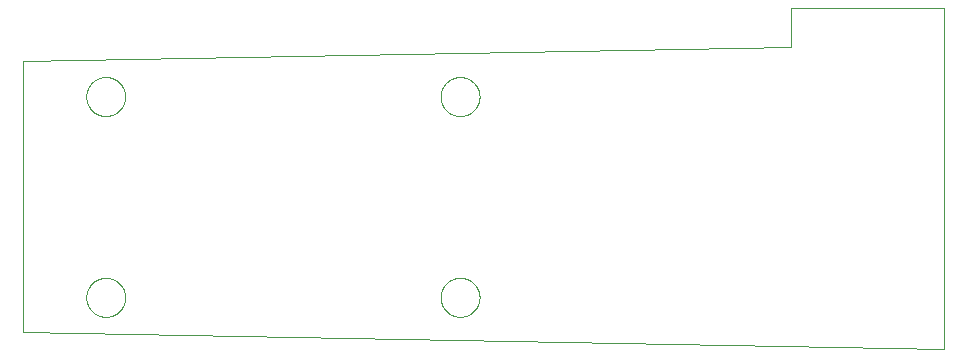
<source format=gbr>
G04 EAGLE Gerber RS-274X export*
G75*
%MOMM*%
%FSLAX34Y34*%
%LPD*%
%IN*%
%IPPOS*%
%AMOC8*
5,1,8,0,0,1.08239X$1,22.5*%
G01*
%ADD10C,0.000000*%


D10*
X0Y-114300D02*
X780000Y-129100D01*
X780000Y160000D01*
X0Y114300D02*
X0Y-114300D01*
X53500Y85000D02*
X53505Y85405D01*
X53520Y85810D01*
X53545Y86214D01*
X53579Y86617D01*
X53624Y87020D01*
X53679Y87421D01*
X53743Y87821D01*
X53817Y88219D01*
X53901Y88615D01*
X53994Y89009D01*
X54098Y89401D01*
X54210Y89790D01*
X54333Y90176D01*
X54465Y90559D01*
X54606Y90938D01*
X54756Y91314D01*
X54916Y91686D01*
X55084Y92055D01*
X55262Y92419D01*
X55448Y92778D01*
X55644Y93133D01*
X55847Y93483D01*
X56060Y93827D01*
X56281Y94167D01*
X56510Y94501D01*
X56747Y94829D01*
X56992Y95151D01*
X57245Y95467D01*
X57506Y95777D01*
X57774Y96081D01*
X58050Y96377D01*
X58333Y96667D01*
X58623Y96950D01*
X58919Y97226D01*
X59223Y97494D01*
X59533Y97755D01*
X59849Y98008D01*
X60171Y98253D01*
X60499Y98490D01*
X60833Y98719D01*
X61173Y98940D01*
X61517Y99153D01*
X61867Y99356D01*
X62222Y99552D01*
X62581Y99738D01*
X62945Y99916D01*
X63314Y100084D01*
X63686Y100244D01*
X64062Y100394D01*
X64441Y100535D01*
X64824Y100667D01*
X65210Y100790D01*
X65599Y100902D01*
X65991Y101006D01*
X66385Y101099D01*
X66781Y101183D01*
X67179Y101257D01*
X67579Y101321D01*
X67980Y101376D01*
X68383Y101421D01*
X68786Y101455D01*
X69190Y101480D01*
X69595Y101495D01*
X70000Y101500D01*
X70405Y101495D01*
X70810Y101480D01*
X71214Y101455D01*
X71617Y101421D01*
X72020Y101376D01*
X72421Y101321D01*
X72821Y101257D01*
X73219Y101183D01*
X73615Y101099D01*
X74009Y101006D01*
X74401Y100902D01*
X74790Y100790D01*
X75176Y100667D01*
X75559Y100535D01*
X75938Y100394D01*
X76314Y100244D01*
X76686Y100084D01*
X77055Y99916D01*
X77419Y99738D01*
X77778Y99552D01*
X78133Y99356D01*
X78483Y99153D01*
X78827Y98940D01*
X79167Y98719D01*
X79501Y98490D01*
X79829Y98253D01*
X80151Y98008D01*
X80467Y97755D01*
X80777Y97494D01*
X81081Y97226D01*
X81377Y96950D01*
X81667Y96667D01*
X81950Y96377D01*
X82226Y96081D01*
X82494Y95777D01*
X82755Y95467D01*
X83008Y95151D01*
X83253Y94829D01*
X83490Y94501D01*
X83719Y94167D01*
X83940Y93827D01*
X84153Y93483D01*
X84356Y93133D01*
X84552Y92778D01*
X84738Y92419D01*
X84916Y92055D01*
X85084Y91686D01*
X85244Y91314D01*
X85394Y90938D01*
X85535Y90559D01*
X85667Y90176D01*
X85790Y89790D01*
X85902Y89401D01*
X86006Y89009D01*
X86099Y88615D01*
X86183Y88219D01*
X86257Y87821D01*
X86321Y87421D01*
X86376Y87020D01*
X86421Y86617D01*
X86455Y86214D01*
X86480Y85810D01*
X86495Y85405D01*
X86500Y85000D01*
X86495Y84595D01*
X86480Y84190D01*
X86455Y83786D01*
X86421Y83383D01*
X86376Y82980D01*
X86321Y82579D01*
X86257Y82179D01*
X86183Y81781D01*
X86099Y81385D01*
X86006Y80991D01*
X85902Y80599D01*
X85790Y80210D01*
X85667Y79824D01*
X85535Y79441D01*
X85394Y79062D01*
X85244Y78686D01*
X85084Y78314D01*
X84916Y77945D01*
X84738Y77581D01*
X84552Y77222D01*
X84356Y76867D01*
X84153Y76517D01*
X83940Y76173D01*
X83719Y75833D01*
X83490Y75499D01*
X83253Y75171D01*
X83008Y74849D01*
X82755Y74533D01*
X82494Y74223D01*
X82226Y73919D01*
X81950Y73623D01*
X81667Y73333D01*
X81377Y73050D01*
X81081Y72774D01*
X80777Y72506D01*
X80467Y72245D01*
X80151Y71992D01*
X79829Y71747D01*
X79501Y71510D01*
X79167Y71281D01*
X78827Y71060D01*
X78483Y70847D01*
X78133Y70644D01*
X77778Y70448D01*
X77419Y70262D01*
X77055Y70084D01*
X76686Y69916D01*
X76314Y69756D01*
X75938Y69606D01*
X75559Y69465D01*
X75176Y69333D01*
X74790Y69210D01*
X74401Y69098D01*
X74009Y68994D01*
X73615Y68901D01*
X73219Y68817D01*
X72821Y68743D01*
X72421Y68679D01*
X72020Y68624D01*
X71617Y68579D01*
X71214Y68545D01*
X70810Y68520D01*
X70405Y68505D01*
X70000Y68500D01*
X69595Y68505D01*
X69190Y68520D01*
X68786Y68545D01*
X68383Y68579D01*
X67980Y68624D01*
X67579Y68679D01*
X67179Y68743D01*
X66781Y68817D01*
X66385Y68901D01*
X65991Y68994D01*
X65599Y69098D01*
X65210Y69210D01*
X64824Y69333D01*
X64441Y69465D01*
X64062Y69606D01*
X63686Y69756D01*
X63314Y69916D01*
X62945Y70084D01*
X62581Y70262D01*
X62222Y70448D01*
X61867Y70644D01*
X61517Y70847D01*
X61173Y71060D01*
X60833Y71281D01*
X60499Y71510D01*
X60171Y71747D01*
X59849Y71992D01*
X59533Y72245D01*
X59223Y72506D01*
X58919Y72774D01*
X58623Y73050D01*
X58333Y73333D01*
X58050Y73623D01*
X57774Y73919D01*
X57506Y74223D01*
X57245Y74533D01*
X56992Y74849D01*
X56747Y75171D01*
X56510Y75499D01*
X56281Y75833D01*
X56060Y76173D01*
X55847Y76517D01*
X55644Y76867D01*
X55448Y77222D01*
X55262Y77581D01*
X55084Y77945D01*
X54916Y78314D01*
X54756Y78686D01*
X54606Y79062D01*
X54465Y79441D01*
X54333Y79824D01*
X54210Y80210D01*
X54098Y80599D01*
X53994Y80991D01*
X53901Y81385D01*
X53817Y81781D01*
X53743Y82179D01*
X53679Y82579D01*
X53624Y82980D01*
X53579Y83383D01*
X53545Y83786D01*
X53520Y84190D01*
X53505Y84595D01*
X53500Y85000D01*
X53500Y-85000D02*
X53505Y-84595D01*
X53520Y-84190D01*
X53545Y-83786D01*
X53579Y-83383D01*
X53624Y-82980D01*
X53679Y-82579D01*
X53743Y-82179D01*
X53817Y-81781D01*
X53901Y-81385D01*
X53994Y-80991D01*
X54098Y-80599D01*
X54210Y-80210D01*
X54333Y-79824D01*
X54465Y-79441D01*
X54606Y-79062D01*
X54756Y-78686D01*
X54916Y-78314D01*
X55084Y-77945D01*
X55262Y-77581D01*
X55448Y-77222D01*
X55644Y-76867D01*
X55847Y-76517D01*
X56060Y-76173D01*
X56281Y-75833D01*
X56510Y-75499D01*
X56747Y-75171D01*
X56992Y-74849D01*
X57245Y-74533D01*
X57506Y-74223D01*
X57774Y-73919D01*
X58050Y-73623D01*
X58333Y-73333D01*
X58623Y-73050D01*
X58919Y-72774D01*
X59223Y-72506D01*
X59533Y-72245D01*
X59849Y-71992D01*
X60171Y-71747D01*
X60499Y-71510D01*
X60833Y-71281D01*
X61173Y-71060D01*
X61517Y-70847D01*
X61867Y-70644D01*
X62222Y-70448D01*
X62581Y-70262D01*
X62945Y-70084D01*
X63314Y-69916D01*
X63686Y-69756D01*
X64062Y-69606D01*
X64441Y-69465D01*
X64824Y-69333D01*
X65210Y-69210D01*
X65599Y-69098D01*
X65991Y-68994D01*
X66385Y-68901D01*
X66781Y-68817D01*
X67179Y-68743D01*
X67579Y-68679D01*
X67980Y-68624D01*
X68383Y-68579D01*
X68786Y-68545D01*
X69190Y-68520D01*
X69595Y-68505D01*
X70000Y-68500D01*
X70405Y-68505D01*
X70810Y-68520D01*
X71214Y-68545D01*
X71617Y-68579D01*
X72020Y-68624D01*
X72421Y-68679D01*
X72821Y-68743D01*
X73219Y-68817D01*
X73615Y-68901D01*
X74009Y-68994D01*
X74401Y-69098D01*
X74790Y-69210D01*
X75176Y-69333D01*
X75559Y-69465D01*
X75938Y-69606D01*
X76314Y-69756D01*
X76686Y-69916D01*
X77055Y-70084D01*
X77419Y-70262D01*
X77778Y-70448D01*
X78133Y-70644D01*
X78483Y-70847D01*
X78827Y-71060D01*
X79167Y-71281D01*
X79501Y-71510D01*
X79829Y-71747D01*
X80151Y-71992D01*
X80467Y-72245D01*
X80777Y-72506D01*
X81081Y-72774D01*
X81377Y-73050D01*
X81667Y-73333D01*
X81950Y-73623D01*
X82226Y-73919D01*
X82494Y-74223D01*
X82755Y-74533D01*
X83008Y-74849D01*
X83253Y-75171D01*
X83490Y-75499D01*
X83719Y-75833D01*
X83940Y-76173D01*
X84153Y-76517D01*
X84356Y-76867D01*
X84552Y-77222D01*
X84738Y-77581D01*
X84916Y-77945D01*
X85084Y-78314D01*
X85244Y-78686D01*
X85394Y-79062D01*
X85535Y-79441D01*
X85667Y-79824D01*
X85790Y-80210D01*
X85902Y-80599D01*
X86006Y-80991D01*
X86099Y-81385D01*
X86183Y-81781D01*
X86257Y-82179D01*
X86321Y-82579D01*
X86376Y-82980D01*
X86421Y-83383D01*
X86455Y-83786D01*
X86480Y-84190D01*
X86495Y-84595D01*
X86500Y-85000D01*
X86495Y-85405D01*
X86480Y-85810D01*
X86455Y-86214D01*
X86421Y-86617D01*
X86376Y-87020D01*
X86321Y-87421D01*
X86257Y-87821D01*
X86183Y-88219D01*
X86099Y-88615D01*
X86006Y-89009D01*
X85902Y-89401D01*
X85790Y-89790D01*
X85667Y-90176D01*
X85535Y-90559D01*
X85394Y-90938D01*
X85244Y-91314D01*
X85084Y-91686D01*
X84916Y-92055D01*
X84738Y-92419D01*
X84552Y-92778D01*
X84356Y-93133D01*
X84153Y-93483D01*
X83940Y-93827D01*
X83719Y-94167D01*
X83490Y-94501D01*
X83253Y-94829D01*
X83008Y-95151D01*
X82755Y-95467D01*
X82494Y-95777D01*
X82226Y-96081D01*
X81950Y-96377D01*
X81667Y-96667D01*
X81377Y-96950D01*
X81081Y-97226D01*
X80777Y-97494D01*
X80467Y-97755D01*
X80151Y-98008D01*
X79829Y-98253D01*
X79501Y-98490D01*
X79167Y-98719D01*
X78827Y-98940D01*
X78483Y-99153D01*
X78133Y-99356D01*
X77778Y-99552D01*
X77419Y-99738D01*
X77055Y-99916D01*
X76686Y-100084D01*
X76314Y-100244D01*
X75938Y-100394D01*
X75559Y-100535D01*
X75176Y-100667D01*
X74790Y-100790D01*
X74401Y-100902D01*
X74009Y-101006D01*
X73615Y-101099D01*
X73219Y-101183D01*
X72821Y-101257D01*
X72421Y-101321D01*
X72020Y-101376D01*
X71617Y-101421D01*
X71214Y-101455D01*
X70810Y-101480D01*
X70405Y-101495D01*
X70000Y-101500D01*
X69595Y-101495D01*
X69190Y-101480D01*
X68786Y-101455D01*
X68383Y-101421D01*
X67980Y-101376D01*
X67579Y-101321D01*
X67179Y-101257D01*
X66781Y-101183D01*
X66385Y-101099D01*
X65991Y-101006D01*
X65599Y-100902D01*
X65210Y-100790D01*
X64824Y-100667D01*
X64441Y-100535D01*
X64062Y-100394D01*
X63686Y-100244D01*
X63314Y-100084D01*
X62945Y-99916D01*
X62581Y-99738D01*
X62222Y-99552D01*
X61867Y-99356D01*
X61517Y-99153D01*
X61173Y-98940D01*
X60833Y-98719D01*
X60499Y-98490D01*
X60171Y-98253D01*
X59849Y-98008D01*
X59533Y-97755D01*
X59223Y-97494D01*
X58919Y-97226D01*
X58623Y-96950D01*
X58333Y-96667D01*
X58050Y-96377D01*
X57774Y-96081D01*
X57506Y-95777D01*
X57245Y-95467D01*
X56992Y-95151D01*
X56747Y-94829D01*
X56510Y-94501D01*
X56281Y-94167D01*
X56060Y-93827D01*
X55847Y-93483D01*
X55644Y-93133D01*
X55448Y-92778D01*
X55262Y-92419D01*
X55084Y-92055D01*
X54916Y-91686D01*
X54756Y-91314D01*
X54606Y-90938D01*
X54465Y-90559D01*
X54333Y-90176D01*
X54210Y-89790D01*
X54098Y-89401D01*
X53994Y-89009D01*
X53901Y-88615D01*
X53817Y-88219D01*
X53743Y-87821D01*
X53679Y-87421D01*
X53624Y-87020D01*
X53579Y-86617D01*
X53545Y-86214D01*
X53520Y-85810D01*
X53505Y-85405D01*
X53500Y-85000D01*
X353500Y85000D02*
X353505Y85405D01*
X353520Y85810D01*
X353545Y86214D01*
X353579Y86617D01*
X353624Y87020D01*
X353679Y87421D01*
X353743Y87821D01*
X353817Y88219D01*
X353901Y88615D01*
X353994Y89009D01*
X354098Y89401D01*
X354210Y89790D01*
X354333Y90176D01*
X354465Y90559D01*
X354606Y90938D01*
X354756Y91314D01*
X354916Y91686D01*
X355084Y92055D01*
X355262Y92419D01*
X355448Y92778D01*
X355644Y93133D01*
X355847Y93483D01*
X356060Y93827D01*
X356281Y94167D01*
X356510Y94501D01*
X356747Y94829D01*
X356992Y95151D01*
X357245Y95467D01*
X357506Y95777D01*
X357774Y96081D01*
X358050Y96377D01*
X358333Y96667D01*
X358623Y96950D01*
X358919Y97226D01*
X359223Y97494D01*
X359533Y97755D01*
X359849Y98008D01*
X360171Y98253D01*
X360499Y98490D01*
X360833Y98719D01*
X361173Y98940D01*
X361517Y99153D01*
X361867Y99356D01*
X362222Y99552D01*
X362581Y99738D01*
X362945Y99916D01*
X363314Y100084D01*
X363686Y100244D01*
X364062Y100394D01*
X364441Y100535D01*
X364824Y100667D01*
X365210Y100790D01*
X365599Y100902D01*
X365991Y101006D01*
X366385Y101099D01*
X366781Y101183D01*
X367179Y101257D01*
X367579Y101321D01*
X367980Y101376D01*
X368383Y101421D01*
X368786Y101455D01*
X369190Y101480D01*
X369595Y101495D01*
X370000Y101500D01*
X370405Y101495D01*
X370810Y101480D01*
X371214Y101455D01*
X371617Y101421D01*
X372020Y101376D01*
X372421Y101321D01*
X372821Y101257D01*
X373219Y101183D01*
X373615Y101099D01*
X374009Y101006D01*
X374401Y100902D01*
X374790Y100790D01*
X375176Y100667D01*
X375559Y100535D01*
X375938Y100394D01*
X376314Y100244D01*
X376686Y100084D01*
X377055Y99916D01*
X377419Y99738D01*
X377778Y99552D01*
X378133Y99356D01*
X378483Y99153D01*
X378827Y98940D01*
X379167Y98719D01*
X379501Y98490D01*
X379829Y98253D01*
X380151Y98008D01*
X380467Y97755D01*
X380777Y97494D01*
X381081Y97226D01*
X381377Y96950D01*
X381667Y96667D01*
X381950Y96377D01*
X382226Y96081D01*
X382494Y95777D01*
X382755Y95467D01*
X383008Y95151D01*
X383253Y94829D01*
X383490Y94501D01*
X383719Y94167D01*
X383940Y93827D01*
X384153Y93483D01*
X384356Y93133D01*
X384552Y92778D01*
X384738Y92419D01*
X384916Y92055D01*
X385084Y91686D01*
X385244Y91314D01*
X385394Y90938D01*
X385535Y90559D01*
X385667Y90176D01*
X385790Y89790D01*
X385902Y89401D01*
X386006Y89009D01*
X386099Y88615D01*
X386183Y88219D01*
X386257Y87821D01*
X386321Y87421D01*
X386376Y87020D01*
X386421Y86617D01*
X386455Y86214D01*
X386480Y85810D01*
X386495Y85405D01*
X386500Y85000D01*
X386495Y84595D01*
X386480Y84190D01*
X386455Y83786D01*
X386421Y83383D01*
X386376Y82980D01*
X386321Y82579D01*
X386257Y82179D01*
X386183Y81781D01*
X386099Y81385D01*
X386006Y80991D01*
X385902Y80599D01*
X385790Y80210D01*
X385667Y79824D01*
X385535Y79441D01*
X385394Y79062D01*
X385244Y78686D01*
X385084Y78314D01*
X384916Y77945D01*
X384738Y77581D01*
X384552Y77222D01*
X384356Y76867D01*
X384153Y76517D01*
X383940Y76173D01*
X383719Y75833D01*
X383490Y75499D01*
X383253Y75171D01*
X383008Y74849D01*
X382755Y74533D01*
X382494Y74223D01*
X382226Y73919D01*
X381950Y73623D01*
X381667Y73333D01*
X381377Y73050D01*
X381081Y72774D01*
X380777Y72506D01*
X380467Y72245D01*
X380151Y71992D01*
X379829Y71747D01*
X379501Y71510D01*
X379167Y71281D01*
X378827Y71060D01*
X378483Y70847D01*
X378133Y70644D01*
X377778Y70448D01*
X377419Y70262D01*
X377055Y70084D01*
X376686Y69916D01*
X376314Y69756D01*
X375938Y69606D01*
X375559Y69465D01*
X375176Y69333D01*
X374790Y69210D01*
X374401Y69098D01*
X374009Y68994D01*
X373615Y68901D01*
X373219Y68817D01*
X372821Y68743D01*
X372421Y68679D01*
X372020Y68624D01*
X371617Y68579D01*
X371214Y68545D01*
X370810Y68520D01*
X370405Y68505D01*
X370000Y68500D01*
X369595Y68505D01*
X369190Y68520D01*
X368786Y68545D01*
X368383Y68579D01*
X367980Y68624D01*
X367579Y68679D01*
X367179Y68743D01*
X366781Y68817D01*
X366385Y68901D01*
X365991Y68994D01*
X365599Y69098D01*
X365210Y69210D01*
X364824Y69333D01*
X364441Y69465D01*
X364062Y69606D01*
X363686Y69756D01*
X363314Y69916D01*
X362945Y70084D01*
X362581Y70262D01*
X362222Y70448D01*
X361867Y70644D01*
X361517Y70847D01*
X361173Y71060D01*
X360833Y71281D01*
X360499Y71510D01*
X360171Y71747D01*
X359849Y71992D01*
X359533Y72245D01*
X359223Y72506D01*
X358919Y72774D01*
X358623Y73050D01*
X358333Y73333D01*
X358050Y73623D01*
X357774Y73919D01*
X357506Y74223D01*
X357245Y74533D01*
X356992Y74849D01*
X356747Y75171D01*
X356510Y75499D01*
X356281Y75833D01*
X356060Y76173D01*
X355847Y76517D01*
X355644Y76867D01*
X355448Y77222D01*
X355262Y77581D01*
X355084Y77945D01*
X354916Y78314D01*
X354756Y78686D01*
X354606Y79062D01*
X354465Y79441D01*
X354333Y79824D01*
X354210Y80210D01*
X354098Y80599D01*
X353994Y80991D01*
X353901Y81385D01*
X353817Y81781D01*
X353743Y82179D01*
X353679Y82579D01*
X353624Y82980D01*
X353579Y83383D01*
X353545Y83786D01*
X353520Y84190D01*
X353505Y84595D01*
X353500Y85000D01*
X353500Y-85000D02*
X353505Y-84595D01*
X353520Y-84190D01*
X353545Y-83786D01*
X353579Y-83383D01*
X353624Y-82980D01*
X353679Y-82579D01*
X353743Y-82179D01*
X353817Y-81781D01*
X353901Y-81385D01*
X353994Y-80991D01*
X354098Y-80599D01*
X354210Y-80210D01*
X354333Y-79824D01*
X354465Y-79441D01*
X354606Y-79062D01*
X354756Y-78686D01*
X354916Y-78314D01*
X355084Y-77945D01*
X355262Y-77581D01*
X355448Y-77222D01*
X355644Y-76867D01*
X355847Y-76517D01*
X356060Y-76173D01*
X356281Y-75833D01*
X356510Y-75499D01*
X356747Y-75171D01*
X356992Y-74849D01*
X357245Y-74533D01*
X357506Y-74223D01*
X357774Y-73919D01*
X358050Y-73623D01*
X358333Y-73333D01*
X358623Y-73050D01*
X358919Y-72774D01*
X359223Y-72506D01*
X359533Y-72245D01*
X359849Y-71992D01*
X360171Y-71747D01*
X360499Y-71510D01*
X360833Y-71281D01*
X361173Y-71060D01*
X361517Y-70847D01*
X361867Y-70644D01*
X362222Y-70448D01*
X362581Y-70262D01*
X362945Y-70084D01*
X363314Y-69916D01*
X363686Y-69756D01*
X364062Y-69606D01*
X364441Y-69465D01*
X364824Y-69333D01*
X365210Y-69210D01*
X365599Y-69098D01*
X365991Y-68994D01*
X366385Y-68901D01*
X366781Y-68817D01*
X367179Y-68743D01*
X367579Y-68679D01*
X367980Y-68624D01*
X368383Y-68579D01*
X368786Y-68545D01*
X369190Y-68520D01*
X369595Y-68505D01*
X370000Y-68500D01*
X370405Y-68505D01*
X370810Y-68520D01*
X371214Y-68545D01*
X371617Y-68579D01*
X372020Y-68624D01*
X372421Y-68679D01*
X372821Y-68743D01*
X373219Y-68817D01*
X373615Y-68901D01*
X374009Y-68994D01*
X374401Y-69098D01*
X374790Y-69210D01*
X375176Y-69333D01*
X375559Y-69465D01*
X375938Y-69606D01*
X376314Y-69756D01*
X376686Y-69916D01*
X377055Y-70084D01*
X377419Y-70262D01*
X377778Y-70448D01*
X378133Y-70644D01*
X378483Y-70847D01*
X378827Y-71060D01*
X379167Y-71281D01*
X379501Y-71510D01*
X379829Y-71747D01*
X380151Y-71992D01*
X380467Y-72245D01*
X380777Y-72506D01*
X381081Y-72774D01*
X381377Y-73050D01*
X381667Y-73333D01*
X381950Y-73623D01*
X382226Y-73919D01*
X382494Y-74223D01*
X382755Y-74533D01*
X383008Y-74849D01*
X383253Y-75171D01*
X383490Y-75499D01*
X383719Y-75833D01*
X383940Y-76173D01*
X384153Y-76517D01*
X384356Y-76867D01*
X384552Y-77222D01*
X384738Y-77581D01*
X384916Y-77945D01*
X385084Y-78314D01*
X385244Y-78686D01*
X385394Y-79062D01*
X385535Y-79441D01*
X385667Y-79824D01*
X385790Y-80210D01*
X385902Y-80599D01*
X386006Y-80991D01*
X386099Y-81385D01*
X386183Y-81781D01*
X386257Y-82179D01*
X386321Y-82579D01*
X386376Y-82980D01*
X386421Y-83383D01*
X386455Y-83786D01*
X386480Y-84190D01*
X386495Y-84595D01*
X386500Y-85000D01*
X386495Y-85405D01*
X386480Y-85810D01*
X386455Y-86214D01*
X386421Y-86617D01*
X386376Y-87020D01*
X386321Y-87421D01*
X386257Y-87821D01*
X386183Y-88219D01*
X386099Y-88615D01*
X386006Y-89009D01*
X385902Y-89401D01*
X385790Y-89790D01*
X385667Y-90176D01*
X385535Y-90559D01*
X385394Y-90938D01*
X385244Y-91314D01*
X385084Y-91686D01*
X384916Y-92055D01*
X384738Y-92419D01*
X384552Y-92778D01*
X384356Y-93133D01*
X384153Y-93483D01*
X383940Y-93827D01*
X383719Y-94167D01*
X383490Y-94501D01*
X383253Y-94829D01*
X383008Y-95151D01*
X382755Y-95467D01*
X382494Y-95777D01*
X382226Y-96081D01*
X381950Y-96377D01*
X381667Y-96667D01*
X381377Y-96950D01*
X381081Y-97226D01*
X380777Y-97494D01*
X380467Y-97755D01*
X380151Y-98008D01*
X379829Y-98253D01*
X379501Y-98490D01*
X379167Y-98719D01*
X378827Y-98940D01*
X378483Y-99153D01*
X378133Y-99356D01*
X377778Y-99552D01*
X377419Y-99738D01*
X377055Y-99916D01*
X376686Y-100084D01*
X376314Y-100244D01*
X375938Y-100394D01*
X375559Y-100535D01*
X375176Y-100667D01*
X374790Y-100790D01*
X374401Y-100902D01*
X374009Y-101006D01*
X373615Y-101099D01*
X373219Y-101183D01*
X372821Y-101257D01*
X372421Y-101321D01*
X372020Y-101376D01*
X371617Y-101421D01*
X371214Y-101455D01*
X370810Y-101480D01*
X370405Y-101495D01*
X370000Y-101500D01*
X369595Y-101495D01*
X369190Y-101480D01*
X368786Y-101455D01*
X368383Y-101421D01*
X367980Y-101376D01*
X367579Y-101321D01*
X367179Y-101257D01*
X366781Y-101183D01*
X366385Y-101099D01*
X365991Y-101006D01*
X365599Y-100902D01*
X365210Y-100790D01*
X364824Y-100667D01*
X364441Y-100535D01*
X364062Y-100394D01*
X363686Y-100244D01*
X363314Y-100084D01*
X362945Y-99916D01*
X362581Y-99738D01*
X362222Y-99552D01*
X361867Y-99356D01*
X361517Y-99153D01*
X361173Y-98940D01*
X360833Y-98719D01*
X360499Y-98490D01*
X360171Y-98253D01*
X359849Y-98008D01*
X359533Y-97755D01*
X359223Y-97494D01*
X358919Y-97226D01*
X358623Y-96950D01*
X358333Y-96667D01*
X358050Y-96377D01*
X357774Y-96081D01*
X357506Y-95777D01*
X357245Y-95467D01*
X356992Y-95151D01*
X356747Y-94829D01*
X356510Y-94501D01*
X356281Y-94167D01*
X356060Y-93827D01*
X355847Y-93483D01*
X355644Y-93133D01*
X355448Y-92778D01*
X355262Y-92419D01*
X355084Y-92055D01*
X354916Y-91686D01*
X354756Y-91314D01*
X354606Y-90938D01*
X354465Y-90559D01*
X354333Y-90176D01*
X354210Y-89790D01*
X354098Y-89401D01*
X353994Y-89009D01*
X353901Y-88615D01*
X353817Y-88219D01*
X353743Y-87821D01*
X353679Y-87421D01*
X353624Y-87020D01*
X353579Y-86617D01*
X353545Y-86214D01*
X353520Y-85810D01*
X353505Y-85405D01*
X353500Y-85000D01*
X650000Y126600D02*
X0Y115000D01*
X650000Y126600D02*
X650000Y160000D01*
X780000Y160000D01*
M02*

</source>
